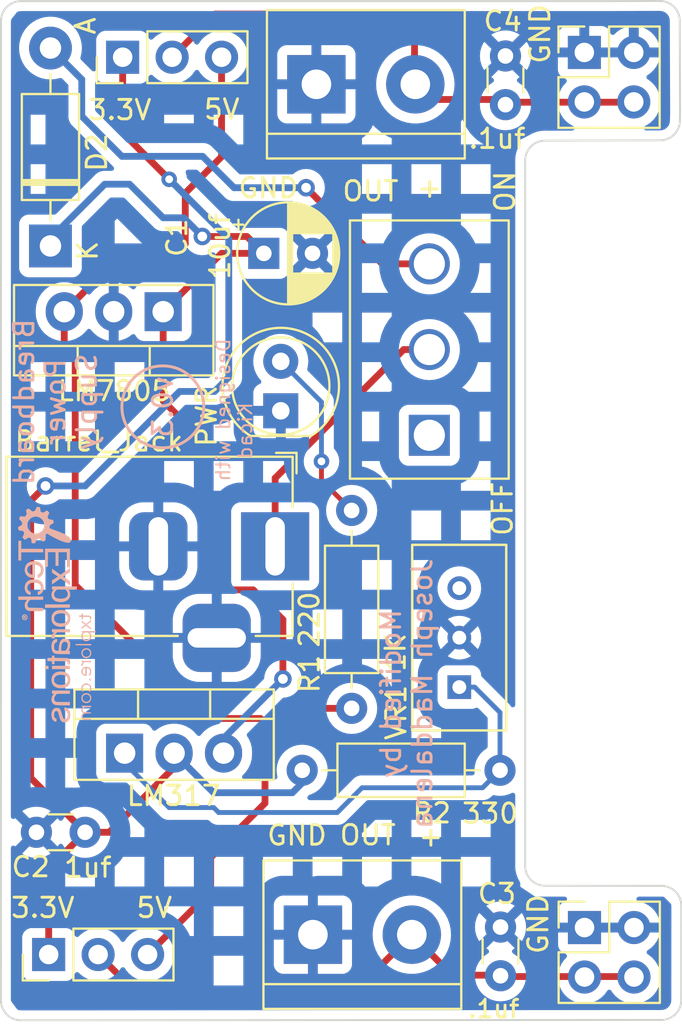
<source format=kicad_pcb>
(kicad_pcb (version 20211014) (generator pcbnew)
  (title_block (rev "2"))
  (layers (0 "F.Cu" signal) (31 "B.Cu" signal) (34 "B.Paste" user) (35 "F.Paste" user) (36 "B.SilkS" user "B.Silkscreen") (37 "F.SilkS" user "F.Silkscreen") (38 "B.Mask" user) (39 "F.Mask" user) (44 "Edge.Cuts" user))
  (property "design_version" "0.3")
  (net 0 "")
  (net 1 "/12V")
  (net 2 "GND")
  (net 3 "/3.3v")
  (net 4 "/5V")
  (net 5 "/PWR_input")
  (net 6 "/PWR_OUT_BOT")
  (net 7 "Net-(R2-Pad1)")
  (net 8 "/PWR_OUT_TOP")
  (net 9 "Net-(D1-Pad2)")
  (net 11 "/D12V")
  (footprint "8SS1012-Z slide switch:8SS1012-Z" (layer "F.Cu") (at 112.93 86.55 180)
    (fp_text reference "SW1" hide)
    (fp_text value "8SS1012-Z" hide)
    (pad "1" thru_hole rect (at 0 0 180) (size 2.1082 2.1082) (drill 1.6002) (layers *.Cu *.Mask))
    (pad "2" thru_hole circle (at 0 4.399999 180) (size 2.1082 2.1082) (drill 1.6002) (layers *.Cu *.Mask) (net 5 "/PWR_input"))
    (pad "3" thru_hole circle (at 0 8.799998 180) (size 2.1082 2.1082) (drill 1.6002) (layers *.Cu *.Mask) (net 11 "/D12V"))
  )
  (footprint "Resistor_THT:R_Axial_DIN0207_L6.3mm_D2.5mm_P10.16mm_Horizontal" (layer "F.Cu") (at 108.94 100.57 90)
    (fp_text reference "R1" (at 1.764 -2.17 90) (layer "F.SilkS"))
    (fp_text value "220" (at 4.558 -2.17 90) (layer "F.SilkS"))
    (pad "1" thru_hole circle (at 0 0 90) (size 1.6 1.6) (drill 0.8) (layers *.Cu *.Mask) (net 4 "/5V"))
    (pad "2" thru_hole oval (at 10.16 0 90) (size 1.6 1.6) (drill 0.8) (layers *.Cu *.Mask) (net 9 "Net-(D1-Pad2)"))
  )
  (footprint "Connector_PinHeader_2.54mm:PinHeader_1x03_P2.54mm_Vertical" (layer "F.Cu") (at 97.18 67.14 90)
    (fp_text reference "J3" hide)
    (fp_text value "Conn_01x03_Male" hide)
    (pad "1" thru_hole rect locked (at 0 0 90) (size 1.7 1.7) (drill 1) (layers *.Cu *.Mask) (net 3 "/3.3v"))
    (pad "2" thru_hole oval locked (at 0 2.54 90) (size 1.7 1.7) (drill 1) (layers *.Cu *.Mask) (net 8 "/PWR_OUT_TOP"))
    (pad "3" thru_hole oval locked (at 0 5.08 90) (size 1.7 1.7) (drill 1) (layers *.Cu *.Mask) (net 4 "/5V"))
  )
  (footprint "Resistor_THT:R_Axial_DIN0207_L6.3mm_D2.5mm_P10.16mm_Horizontal" (layer "F.Cu") (at 116.56 103.75 180)
    (fp_text reference "R2" (at 3.5 -2.2 180) (layer "F.SilkS"))
    (fp_text value "330" (at 0.51 -2.22 180) (layer "F.SilkS"))
    (pad "1" thru_hole circle (at 0 0 180) (size 1.6 1.6) (drill 0.8) (layers *.Cu *.Mask) (net 7 "Net-(R2-Pad1)"))
    (pad "2" thru_hole oval (at 10.16 0 180) (size 1.6 1.6) (drill 0.8) (layers *.Cu *.Mask) (net 3 "/3.3v"))
  )
  (footprint "TerminalBlock:TerminalBlock_bornier-2_P5.08mm" (layer "F.Cu") (at 107.13 68.53)
    (fp_text reference "J2" hide)
    (fp_text value "Screw_Terminal_01x02" hide)
    (pad "1" thru_hole rect locked (at 0 0) (size 3 3) (drill 1.52) (layers *.Cu *.Mask) (net 2 "GND"))
    (pad "2" thru_hole circle locked (at 5.08 0) (size 3 3) (drill 1.52) (layers *.Cu *.Mask) (net 8 "/PWR_OUT_TOP"))
  )
  (footprint "Connector_PinHeader_2.54mm:PinHeader_1x03_P2.54mm_Vertical" (layer "F.Cu") (at 93.38 113.21 90)
    (fp_text reference "J7" hide)
    (fp_text value "Conn_01x03_Male" hide)
    (pad "1" thru_hole rect locked (at 0 0 90) (size 1.7 1.7) (drill 1) (layers *.Cu *.Mask) (net 3 "/3.3v"))
    (pad "2" thru_hole oval locked (at 0 2.54 90) (size 1.7 1.7) (drill 1) (layers *.Cu *.Mask) (net 6 "/PWR_OUT_BOT"))
    (pad "3" thru_hole oval locked (at 0 5.08 90) (size 1.7 1.7) (drill 1) (layers *.Cu *.Mask) (net 4 "/5V"))
  )
  (footprint "Diode_THT:D_DO-41_SOD81_P10.16mm_Horizontal" (layer "F.Cu") (at 93.472 76.83 90)
    (fp_text reference "D2" hide)
    (fp_text value "1N4001" hide)
    (pad "1" thru_hole rect (at 0 0 90) (size 2.2 2.2) (drill 1.1) (layers *.Cu *.Mask) (net 1 "/12V"))
    (pad "2" thru_hole oval (at 10.16 0 90) (size 2.2 2.2) (drill 1.1) (layers *.Cu *.Mask) (net 11 "/D12V"))
  )
  (footprint "TerminalBlock:TerminalBlock_bornier-2_P5.08mm" (layer "F.Cu") (at 106.95 112.19)
    (fp_text reference "J5" hide)
    (fp_text value "Screw_Terminal_01x02" hide)
    (pad "1" thru_hole rect locked (at 0 0) (size 3 3) (drill 1.52) (layers *.Cu *.Mask) (net 2 "GND"))
    (pad "2" thru_hole circle locked (at 5.08 0) (size 3 3) (drill 1.52) (layers *.Cu *.Mask) (net 6 "/PWR_OUT_BOT"))
  )
  (footprint "Capacitor_THT:C_Disc_D3.0mm_W1.6mm_P2.50mm" (layer "F.Cu") (at 95.25 106.934 180)
    (fp_text reference "C2" (at 2.794 -1.778) (layer "F.SilkS"))
    (fp_text value "1uf" (at 1.17 -1.806) (layer "F.SilkS") (effects (justify left)))
    (pad "1" thru_hole circle locked (at 0 0 180) (size 1.6 1.6) (drill 0.8) (layers *.Cu *.Mask) (net 3 "/3.3v"))
    (pad "2" thru_hole circle locked (at 2.5 0 180) (size 1.6 1.6) (drill 0.8) (layers *.Cu *.Mask) (net 2 "GND"))
  )
  (footprint "Connector_PinHeader_2.54mm:PinHeader_2x02_P2.54mm_Vertical" (layer "F.Cu") (at 120.89 66.895)
    (fp_text reference "J9" hide)
    (fp_text value "Conn_02x02_Counter_Clockwise" hide)
    (pad "1" thru_hole rect (at 0 0) (size 1.7 1.7) (drill 1) (layers *.Cu *.Mask) (net 2 "GND"))
    (pad "2" thru_hole oval (at 2.54 0) (size 1.7 1.7) (drill 1) (layers *.Cu *.Mask) (net 2 "GND"))
    (pad "3" thru_hole oval (at 0 2.54) (size 1.7 1.7) (drill 1) (layers *.Cu *.Mask) (net 8 "/PWR_OUT_TOP"))
    (pad "4" thru_hole oval (at 2.54 2.54) (size 1.7 1.7) (drill 1) (layers *.Cu *.Mask) (net 8 "/PWR_OUT_TOP"))
  )
  (footprint "Connector_BarrelJack:BarrelJack_Horizontal" (layer "F.Cu") (at 105.01 92.2525)
    (fp_text reference "J1" hide)
    (fp_text value "Barrel_Jack" (at -9.048 -5.3925) (layer "F.SilkS"))
    (pad "1" thru_hole rect locked (at 0 0) (size 3.5 3.5) (drill oval 1 3) (layers *.Cu *.Mask) (net 5 "/PWR_input"))
    (pad "2" thru_hole roundrect locked (at -6 0) (size 3 3.5) (drill oval 1 3) (layers *.Cu *.Mask) (net 2 "GND"))
    (pad "3" thru_hole roundrect locked (at -3 4.7) (size 3.5 3.5) (drill oval 3 1) (layers *.Cu *.Mask) (net 2 "GND"))
  )
  (footprint "3296W-1-102:TRIM_3296W-1-102" (layer "F.Cu") (at 114.47 96.94 90)
    (fp_text reference "VR1" (at -3.84 -3.24 90) (layer "F.SilkS"))
    (fp_text value "3296W-1-102" hide)
    (pad "1" thru_hole rect (at -2.54 0 90) (size 1.218 1.218) (drill 0.71) (layers *.Cu *.Mask) (net 7 "Net-(R2-Pad1)"))
    (pad "2" thru_hole circle (at 0 0 90) (size 1.218 1.218) (drill 0.71) (layers *.Cu *.Mask) (net 2 "GND"))
    (pad "3" thru_hole circle (at 2.54 0 90) (size 1.218 1.218) (drill 0.71) (layers *.Cu *.Mask))
  )
  (footprint "Package_TO_SOT_THT:TO-220-3_Vertical" (layer "F.Cu") (at 97.282 102.87)
    (fp_text reference "U1" hide)
    (fp_text value "LM317" (at 2.518 2.19) (layer "F.SilkS"))
    (pad "1" thru_hole rect locked (at 0 0) (size 1.905 2) (drill 1.1) (layers *.Cu *.Mask) (net 7 "Net-(R2-Pad1)"))
    (pad "2" thru_hole oval locked (at 2.54 0) (size 1.905 2) (drill 1.1) (layers *.Cu *.Mask) (net 3 "/3.3v"))
    (pad "3" thru_hole oval locked (at 5.08 0) (size 1.905 2) (drill 1.1) (layers *.Cu *.Mask) (net 1 "/12V"))
  )
  (footprint "Connector_PinHeader_2.54mm:PinHeader_2x02_P2.54mm_Vertical" (layer "F.Cu") (at 120.9 111.825)
    (fp_text reference "J6" hide)
    (fp_text value "Conn_02x02_Counter_Clockwise" hide)
    (pad "1" thru_hole rect (at 0 0) (size 1.7 1.7) (drill 1) (layers *.Cu *.Mask) (net 2 "GND"))
    (pad "2" thru_hole oval (at 2.54 0) (size 1.7 1.7) (drill 1) (layers *.Cu *.Mask) (net 2 "GND"))
    (pad "3" thru_hole oval (at 0 2.54) (size 1.7 1.7) (drill 1) (layers *.Cu *.Mask) (net 6 "/PWR_OUT_BOT"))
    (pad "4" thru_hole oval (at 2.54 2.54) (size 1.7 1.7) (drill 1) (layers *.Cu *.Mask) (net 6 "/PWR_OUT_BOT"))
  )
  (footprint "Capacitor_THT:C_Disc_D3.0mm_W1.6mm_P2.50mm" (layer "F.Cu") (at 116.586 114.3 90)
    (fp_text reference "C3" (at 4.21 -0.186) (layer "F.SilkS"))
    (fp_text value "0.1uf" hide)
    (pad "1" thru_hole circle (at 0 0 90) (size 1.6 1.6) (drill 0.8) (layers *.Cu *.Mask) (net 6 "/PWR_OUT_BOT"))
    (pad "2" thru_hole circle (at 2.5 0 90) (size 1.6 1.6) (drill 0.8) (layers *.Cu *.Mask) (net 2 "GND"))
  )
  (footprint "LED_THT:LED_D5.0mm" (layer "F.Cu") (at 105.3 85.295 90)
    (fp_text reference "D1" hide)
    (fp_text value "LED" hide)
    (pad "1" thru_hole rect locked (at 0 0 90) (size 1.8 1.8) (drill 0.9) (layers *.Cu *.Mask) (net 2 "GND"))
    (pad "2" thru_hole circle locked (at 2.54 0 90) (size 1.8 1.8) (drill 0.9) (layers *.Cu *.Mask) (net 9 "Net-(D1-Pad2)"))
  )
  (footprint "Capacitor_THT:CP_Radial_D5.0mm_P2.50mm" (layer "F.Cu") (at 104.43 77.21)
    (fp_text reference "C1" hide)
    (fp_text value "10uf" hide)
    (pad "1" thru_hole rect (at 0 0) (size 1.6 1.6) (drill 0.8) (layers *.Cu *.Mask) (net 1 "/12V"))
    (pad "2" thru_hole circle (at 2.5 0) (size 1.6 1.6) (drill 0.8) (layers *.Cu *.Mask) (net 2 "GND"))
  )
  (footprint "Package_TO_SOT_THT:TO-220-3_Vertical" (layer "F.Cu") (at 99.26 80.205 180)
    (fp_text reference "U2" hide)
    (fp_text value "LM7805" (at 2.52 -4.075) (layer "F.SilkS"))
    (pad "1" thru_hole rect locked (at 0 0 180) (size 1.905 2) (drill 1.1) (layers *.Cu *.Mask) (net 1 "/12V"))
    (pad "2" thru_hole oval locked (at 2.54 0 180) (size 1.905 2) (drill 1.1) (layers *.Cu *.Mask) (net 2 "GND"))
    (pad "3" thru_hole oval locked (at 5.08 0 180) (size 1.905 2) (drill 1.1) (layers *.Cu *.Mask) (net 4 "/5V"))
  )
  (footprint "Capacitor_THT:C_Disc_D3.0mm_W1.6mm_P2.50mm" (layer "F.Cu") (at 116.84 67.076 -90)
    (fp_text reference "C4" (at -1.786 0.14) (layer "F.SilkS"))
    (fp_text value "0.1uf" hide)
    (pad "1" thru_hole circle (at 0 0 270) (size 1.6 1.6) (drill 0.8) (layers *.Cu *.Mask) (net 2 "GND"))
    (pad "2" thru_hole circle (at 2.5 0 270) (size 1.6 1.6) (drill 0.8) (layers *.Cu *.Mask) (net 8 "/PWR_OUT_TOP"))
  )
  (footprint "DesktopLibrary:TE_Logo_11.6x4" (layer "B.Cu") (at 93.726 95.758 -90)
    (fp_text reference "G***" hide)
    (fp_text value "LOGO" hide)
  )
  (gr_circle (center 99.243211 85.09) (end 100.513211 86.765955) (layer "B.SilkS") (width 0.15) (fill none))
  (gr_line (start 124.78158 71.40758) (end 118.86842 71.42242) (layer "Edge.Cuts") (width 0.1))
  (gr_arc (start 125.86758 115.55158) (mid 125.57 116.27) (end 124.85158 116.56758) (layer "Edge.Cuts") (width 0.1))
  (gr_arc (start 117.85242 72.43842) (mid 118.15 71.72) (end 118.86842 71.42242) (layer "Edge.Cuts") (width 0.1))
  (gr_line (start 95.25 64.262) (end 91.94842 64.262) (layer "Edge.Cuts") (width 0.1))
  (gr_line (start 95.25 116.586) (end 91.946 116.586) (layer "Edge.Cuts") (width 0.1))
  (gr_arc (start 90.93242 65.278) (mid 91.23 64.55958) (end 91.94842 64.262) (layer "Edge.Cuts") (width 0.1))
  (gr_line (start 117.85242 108.66158) (end 117.85242 72.43842) (layer "Edge.Cuts") (width 0.1))
  (gr_arc (start 124.774 64.25242) (mid 125.49242 64.55) (end 125.79 65.26842) (layer "Edge.Cuts") (width 0.1))
  (gr_arc (start 125.79758 70.39158) (mid 125.5 71.11) (end 124.78158 71.40758) (layer "Edge.Cuts") (width 0.1))
  (gr_arc (start 124.854 109.68442) (mid 125.57242 109.982) (end 125.87 110.70042) (layer "Edge.Cuts") (width 0.1))
  (gr_arc (start 118.86842 109.67758) (mid 118.15 109.38) (end 117.85242 108.66158) (layer "Edge.Cuts") (width 0.1))
  (gr_line (start 124.774 64.25242) (end 121.92 64.262) (layer "Edge.Cuts") (width 0.1))
  (gr_line (start 125.79 65.26842) (end 125.806 69.984) (layer "Edge.Cuts") (width 0.1))
  (gr_line (start 125.86758 115.55158) (end 125.87 110.70042) (layer "Edge.Cuts") (width 0.1))
  (gr_line (start 90.93 115.57) (end 90.93242 65.278) (layer "Edge.Cuts") (width 0.1))
  (gr_line (start 124.854 109.68442) (end 118.86842 109.67758) (layer "Edge.Cuts") (width 0.1))
  (gr_line (start 95.25 116.586) (end 124.85158 116.56758) (layer "Edge.Cuts") (width 0.1))
  (gr_line (start 125.806 69.984) (end 125.79758 70.39158) (layer "Edge.Cuts") (width 0.1))
  (gr_line (start 121.92 64.262) (end 95.25 64.262) (layer "Edge.Cuts") (width 0.1))
  (gr_arc (start 91.946 116.586) (mid 91.22758 116.28842) (end 90.93 115.57) (layer "Edge.Cuts") (width 0.1))
  (gr_text "Breadboard\nPower\nSupply" (at 93.726 84.836 90) (layer "B.SilkS") (effects (font (size 1 1)) (justify mirror)))
  (gr_text "Designed with\n    Kicad" (at 102.91 85.25 90) (layer "B.SilkS") (effects (font (size 0.7 0.7) (thickness 0.1)) (justify mirror)))
  (gr_text "v0.3" (at 99.243211 85.09 90) (layer "B.SilkS") (effects (font (size 1 1)) (justify mirror)))
  (gr_text "Modified by\nJoseph Maddalena" (at 111.76 99.822 90) (layer "B.SilkS") (effects (font (size 1 1)) (justify mirror)))
  (gr_text ".1uf" (at 116.41 71.32) (layer "F.SilkS") (effects (font (size 1 1))))
  (gr_text "1K" (at 111.19 97.7 90) (layer "F.SilkS") (effects (font (size 1 1))))
  (gr_text "OFF" (at 116.69 90.32 90) (layer "F.SilkS") (effects (font (size 1 1))))
  (gr_text "PWR" (at 101.49 85.56 90) (layer "F.SilkS") (effects (font (size 1 1))))
  (gr_text "ON" (at 116.81 74.04 90) (layer "F.SilkS") (effects (font (size 1 1))))
  (gr_text "10uf" (at 102.18 76.85 90) (layer "F.SilkS") (effects (font (size 1 1))))
  (gr_text "OUT" (at 109.91 74.02) (layer "F.SilkS") (effects (font (size 1 1))))
  (gr_text "GND" (at 104.51 107.09) (layer "F.SilkS") (effects (font (size 1 1)) (justify left)))
  (gr_text "5V" (at 102.27 69.82) (layer "F.SilkS") (effects (font (size 1 1))))
  (gr_text ".1uf" (at 116.24 116) (layer "F.SilkS") (effects (font (size 0.9 0.9))))
  (gr_text "OUT" (at 109.77 107.08) (layer "F.SilkS") (effects (font (size 1 1))))
  (gr_text "3.3V" (at 97.028 69.85) (layer "F.SilkS") (effects (font (size 1 1))))
  (gr_text "C1" (at 99.97 76.41 90) (layer "F.SilkS") (effects (font (size 1 1))))
  (gr_text "5V" (at 98.806 110.81) (layer "F.SilkS") (effects (font (size 1 1))))
  (gr_text "A" (at 95.27 65.53 90) (layer "F.SilkS") (effects (font (size 1 1))))
  (gr_text "GND" (at 118.52 113.27 90) (layer "F.SilkS") (effects (font (size 1 1)) (justify left)))
  (gr_text "K" (at 95.38 77.08 90) (layer "F.SilkS") (effects (font (size 1 1))))
  (gr_text "+" (at 113.01 107.14) (layer "F.SilkS") (effects (font (size 1 1))))
  (gr_text "+" (at 112.95 73.83) (layer "F.SilkS") (effects (font (size 1 1))))
  (gr_text "3.3V" (at 93.08 110.81) (layer "F.SilkS") (effects (font (size 1 1))))
  (gr_text "GND" (at 103.04 73.86) (layer "F.SilkS") (effects (font (size 1 1)) (justify left)))
  (gr_text "D2" (at 95.85 72.03 90) (layer "F.SilkS") (effects (font (size 1 1))))
  (gr_text "GND" (at 118.618 67.564 90) (layer "F.SilkS") (effects (font (size 1 1)) (justify left)))
  (segment (start 101.6 93.472) (end 102.616 94.488) (width 0.35) (layer "F.Cu") (net 1))
  (segment (start 101.6 87.122) (end 101.6 93.472) (width 0.35) (layer "F.Cu") (net 1))
  (segment (start 99.26 84.782) (end 101.6 87.122) (width 0.35) (layer "F.Cu") (net 1))
  (segment (start 102.616 94.488) (end 103.886 94.488) (width 0.35) (layer "F.Cu") (net 1))
  (segment (start 102.255 77.21) (end 99.26 80.205) (width 0.35) (layer "F.Cu") (net 1))
  (segment (start 99.26 80.205) (end 99.26 84.782) (width 0.35) (layer "F.Cu") (net 1))
  (segment (start 103.886 94.488) (end 105.41 96.012) (width 0.35) (layer "F.Cu") (net 1))
  (segment (start 105.41 96.012) (end 105.41 99.06) (width 0.35) (layer "F.Cu") (net 1))
  (segment (start 103.56423 76.34423) (end 104.43 77.21) (width 0.35) (layer "F.Cu") (net 1))
  (segment (start 101.2695 76.34423) (end 103.56423 76.34423) (width 0.35) (layer "F.Cu") (net 1))
  (segment (start 104.43 77.21) (end 102.255 77.21) (width 0.35) (layer "F.Cu") (net 1))
  (via (at 105.41 99.06) (size 0.9) (drill 0.5) (layers "F.Cu" "B.Cu") (net 1))
  (via (at 101.2695 76.34423) (size 0.9) (drill 0.5) (layers "F.Cu" "B.Cu") (net 1))
  (segment (start 97.536 73.66) (end 99.26 75.384) (width 0.35) (layer "B.Cu") (net 1))
  (segment (start 101.2695 76.3395) (end 101.2695 76.34423) (width 0.35) (layer "B.Cu") (net 1))
  (segment (start 96.26 73.66) (end 97.536 73.66) (width 0.35) (layer "B.Cu") (net 1))
  (segment (start 93.472 76.448) (end 96.26 73.66) (width 0.35) (layer "B.Cu") (net 1))
  (segment (start 93.472 76.83) (end 93.472 76.448) (width 0.35) (layer "B.Cu") (net 1))
  (segment (start 102.362 102.108) (end 102.362 102.87) (width 0.35) (layer "B.Cu") (net 1))
  (segment (start 105.41 99.06) (end 102.362 102.108) (width 0.35) (layer "B.Cu") (net 1))
  (segment (start 99.26 75.384) (end 100.314 75.384) (width 0.35) (layer "B.Cu") (net 1))
  (segment (start 100.314 75.384) (end 101.2695 76.3395) (width 0.35) (layer "B.Cu") (net 1))
  (segment (start 92.456 104.14) (end 92.456 89.916) (width 0.35) (layer "F.Cu") (net 3))
  (segment (start 93.38 108.804) (end 93.38 113.21) (width 0.35) (layer "F.Cu") (net 3))
  (segment (start 92.456 89.916) (end 93.218 89.154) (width 0.35) (layer "F.Cu") (net 3))
  (segment (start 95.25 106.934) (end 92.456 104.14) (width 0.35) (layer "F.Cu") (net 3))
  (segment (start 96.486 106.934) (end 99.822 103.598) (width 0.35) (layer "F.Cu") (net 3))
  (segment (start 99.568 73.406) (end 97.18 71.018) (width 0.35) (layer "F.Cu") (net 3))
  (segment (start 97.18 71.018) (end 97.18 67.14) (width 0.35) (layer "F.Cu") (net 3))
  (segment (start 99.822 103.598) (end 99.822 102.87) (width 0.35) (layer "F.Cu") (net 3))
  (segment (start 95.25 106.934) (end 93.38 108.804) (width 0.35) (layer "F.Cu") (net 3))
  (segment (start 95.25 106.934) (end 96.486 106.934) (width 0.35) (layer "F.Cu") (net 3))
  (via (at 99.568 73.406) (size 0.8) (drill 0.4) (layers "F.Cu" "B.Cu") (net 3))
  (via (at 93.218 89.154) (size 0.9) (drill 0.5) (layers "F.Cu" "B.Cu") (net 3))
  (segment (start 101.9 84.3) (end 102.63 83.57) (width 0.35) (layer "B.Cu") (net 3))
  (segment (start 102.63 76.468) (end 99.568 73.406) (width 0.35) (layer "B.Cu") (net 3))
  (segment (start 105.898 104.902) (end 101.854 104.902) (width 0.35) (layer "B.Cu") (net 3))
  (segment (start 102.63 83.57) (end 102.63 76.468) (width 0.35) (layer "B.Cu") (net 3))
  (segment (start 106.4 103.75) (end 106.4 104.4) (width 0.35) (layer "B.Cu") (net 3))
  (segment (start 95.25 89.154) (end 100.104 84.3) (width 0.35) (layer "B.Cu") (net 3))
  (segment (start 106.4 104.4) (end 105.898 104.902) (width 0.35) (layer "B.Cu") (net 3))
  (segment (start 101.854 104.902) (end 99.822 102.87) (width 0.35) (layer "B.Cu") (net 3))
  (segment (start 93.218 89.154) (end 95.25 89.154) (width 0.35) (layer "B.Cu") (net 3))
  (segment (start 100.104 84.3) (end 101.9 84.3) (width 0.35) (layer "B.Cu") (net 3))
  (segment (start 94.742 94.234) (end 94.742 82.55) (width 0.35) (layer "F.Cu") (net 4))
  (segment (start 96.153 78.232) (end 94.18 80.205) (width 0.35) (layer "F.Cu") (net 4))
  (segment (start 100.395 76.714) (end 98.877 78.232) (width 0.35) (layer "F.Cu") (net 4))
  (segment (start 104.262 101.092) (end 101.6 101.092) (width 0.35) (layer "F.Cu") (net 4))
  (segment (start 94.18 81.988) (end 94.18 80.205) (width 0.35) (layer "F.Cu") (net 4))
  (segment (start 105.24 100.57) (end 104.49 101.32) (width 0.35) (layer "F.Cu") (net 4))
  (segment (start 101.7 109.97) (end 101.7 108.23) (width 0.35) (layer "F.Cu") (net 4))
  (segment (start 94.742 82.55) (end 94.18 81.988) (width 0.35) (layer "F.Cu") (net 4))
  (segment (start 104.49 101.32) (end 104.262 101.092) (width 0.35) (layer "F.Cu") (net 4))
  (segment (start 98.877 78.232) (end 96.153 78.232) (width 0.35) (layer "F.Cu") (net 4))
  (segment (start 101.6 101.092) (end 94.742 94.234) (width 0.35) (layer "F.Cu") (net 4))
  (segment (start 101.7 108.23) (end 104.49 105.44) (width 0.35) (layer "F.Cu") (net 4))
  (segment (start 98.46 113.21) (end 101.7 109.97) (width 0.35) (layer "F.Cu") (net 4))
  (segment (start 100.395 74.115) (end 100.395 76.714) (width 0.35) (layer "F.Cu") (net 4))
  (segment (start 102.26 67.14) (end 102.26 72.25) (width 0.35) (layer "F.Cu") (net 4))
  (segment (start 102.26 72.25) (end 100.395 74.115) (width 0.35) (layer "F.Cu") (net 4))
  (segment (start 108.94 100.57) (end 105.24 100.57) (width 0.35) (layer "F.Cu") (net 4))
  (segment (start 104.49 105.44) (end 104.49 101.32) (width 0.35) (layer "F.Cu") (net 4))
  (segment (start 105.01 88.751201) (end 111.6112 82.150001) (width 0.35) (layer "F.Cu") (net 5))
  (segment (start 111.6112 82.150001) (end 112.93 82.150001) (width 0.35) (layer "F.Cu") (net 5))
  (segment (start 105.01 92.2525) (end 105.01 88.751201) (width 0.35) (layer "F.Cu") (net 5))
  (segment (start 109.02 115.2) (end 112.03 112.19) (width 0.35) (layer "F.Cu") (net 6))
  (segment (start 116.67 114.34) (end 116.6 114.27) (width 0.35) (layer "F.Cu") (net 6))
  (segment (start 114.11 114.27) (end 112.03 112.19) (width 0.35) (layer "F.Cu") (net 6))
  (segment (start 95.92 113.21) (end 97.91 115.2) (width 0.35) (layer "F.Cu") (net 6))
  (segment (start 116.6 114.27) (end 114.11 114.27) (width 0.35) (layer "F.Cu") (net 6))
  (segment (start 123.44 114.34) (end 120.9 114.34) (width 0.35) (layer "F.Cu") (net 6))
  (segment (start 97.91 115.2) (end 109.02 115.2) (width 0.35) (layer "F.Cu") (net 6))
  (segment (start 120.9 114.34) (end 116.67 114.34) (width 0.35) (layer "F.Cu") (net 6))
  (segment (start 116.56 100.782) (end 115.258 99.48) (width 0.25) (layer "B.Cu") (net 7))
  (segment (start 102.108 105.918) (end 101.854 105.664) (width 0.25) (layer "B.Cu") (net 7))
  (segment (start 116.56 103.75) (end 116.56 100.782) (width 0.25) (layer "B.Cu") (net 7))
  (segment (start 109.474 104.648) (end 108.204 105.918) (width 0.25) (layer "B.Cu") (net 7))
  (segment (start 108.204 105.918) (end 102.108 105.918) (width 0.25) (layer "B.Cu") (net 7))
  (segment (start 115.662 104.648) (end 109.474 104.648) (width 0.25) (layer "B.Cu") (net 7))
  (segment (start 97.282 103.378) (end 97.282 102.87) (width 0.25) (layer "B.Cu") (net 7))
  (segment (start 101.854 105.664) (end 99.568 105.664) (width 0.25) (layer "B.Cu") (net 7))
  (segment (start 99.568 105.664) (end 97.282 103.378) (width 0.25) (layer "B.Cu") (net 7))
  (segment (start 115.258 99.48) (end 114.47 99.48) (width 0.25) (layer "B.Cu") (net 7))
  (segment (start 116.56 103.75) (end 115.662 104.648) (width 0.25) (layer "B.Cu") (net 7))
  (segment (start 116.966 69.45) (end 116.84 69.576) (width 0.35) (layer "F.Cu") (net 8))
  (segment (start 112.79 69.31) (end 116.574 69.31) (width 0.35) (layer "F.Cu") (net 8))
  (segment (start 116.574 69.31) (end 116.84 69.576) (width 0.35) (layer "F.Cu") (net 8))
  (segment (start 111.2364 64.9224) (end 112.17 65.856) (width 0.35) (layer "F.Cu") (net 8))
  (segment (start 112.17 68.69) (end 112.25 68.77) (width 0.35) (layer "F.Cu") (net 8))
  (segment (start 123.43 69.45) (end 120.89 69.45) (width 0.35) (layer "F.Cu") (net 8))
  (segment (start 112.25 68.77) (end 112.79 69.31) (width 0.35) (layer "F.Cu") (net 8))
  (segment (start 112.17 65.856) (end 112.17 68.69) (width 0.35) (layer "F.Cu") (net 8))
  (segment (start 120.89 69.45) (end 116.966 69.45) (width 0.35) (layer "F.Cu") (net 8))
  (segment (start 101.9376 64.9224) (end 111.2364 64.9224) (width 0.35) (layer "F.Cu") (net 8))
  (segment (start 99.72 67.14) (end 101.9376 64.9224) (width 0.35) (layer "F.Cu") (net 8))
  (segment (start 107.39 88.86) (end 107.39 87.89) (width 0.25) (layer "F.Cu") (net 9))
  (segment (start 108.94 90.41) (end 107.39 88.86) (width 0.25) (layer "F.Cu") (net 9))
  (via (at 107.39 87.89) (size 0.8) (drill 0.4) (layers "F.Cu" "B.Cu") (net 9))
  (segment (start 107.39 87.89) (end 107.39 84.845) (width 0.25) (layer "B.Cu") (net 9))
  (segment (start 107.39 84.845) (end 105.3 82.755) (width 0.25) (layer "B.Cu") (net 9))
  (segment (start 112.93 77.750002) (end 110.510002 77.750002) (width 0.35) (layer "F.Cu") (net 11))
  (segment (start 110.510002 77.750002) (end 106.6 73.84) (width 0.35) (layer "F.Cu") (net 11))
  (via (at 106.6 73.84) (size 0.9) (drill 0.5) (layers "F.Cu" "B.Cu") (net 11))
  (segment (start 97.14 72.23) (end 95.08 70.17) (width 0.35) (layer "B.Cu") (net 11))
  (segment (start 95.08 70.17) (end 95.08 68.278) (width 0.35) (layer "B.Cu") (net 11))
  (segment (start 101.29 72.23) (end 97.14 72.23) (width 0.35) (layer "B.Cu") (net 11))
  (segment (start 106.6 73.84) (end 102.9 73.84) (width 0.35) (layer "B.Cu") (net 11))
  (segment (start 95.08 68.278) (end 93.472 66.67) (width 0.35) (layer "B.Cu") (net 11))
  (segment (start 102.9 73.84) (end 101.29 72.23) (width 0.35) (layer "B.Cu") (net 11))
  (zone (net 2) (net_name "GND") (layer "B.Cu") (connect_pads (clearance 0.508)) (min_thickness 0.254) (fill yes (mode hatch) (thermal_gap 0.508) (thermal_bridge_width 0.508) (hatch_thickness 1.016) (hatch_gap 1.524) (hatch_orientation 0) (hatch_border_algorithm hatch_thickness) (hatch_min_hole_area 0.3))
    (polygon (pts (xy 125.476 65.278) (xy 125.476 70.612) (xy 124.714 71.12) (xy 118.11 71.12) (xy 117.602 71.374) (xy 117.602 109.728) (xy 118.364 110.236) (xy 124.968 110.236) (xy 125.476 110.744) (xy 125.48108 115.85956) (xy 125.222 116.36756) (xy 91.897167 116.208537) (xy 91.13 115.18) (xy 91.14 65.59) (xy 92.06 64.44) (xy 124.968 64.516)))
  )
)
</source>
